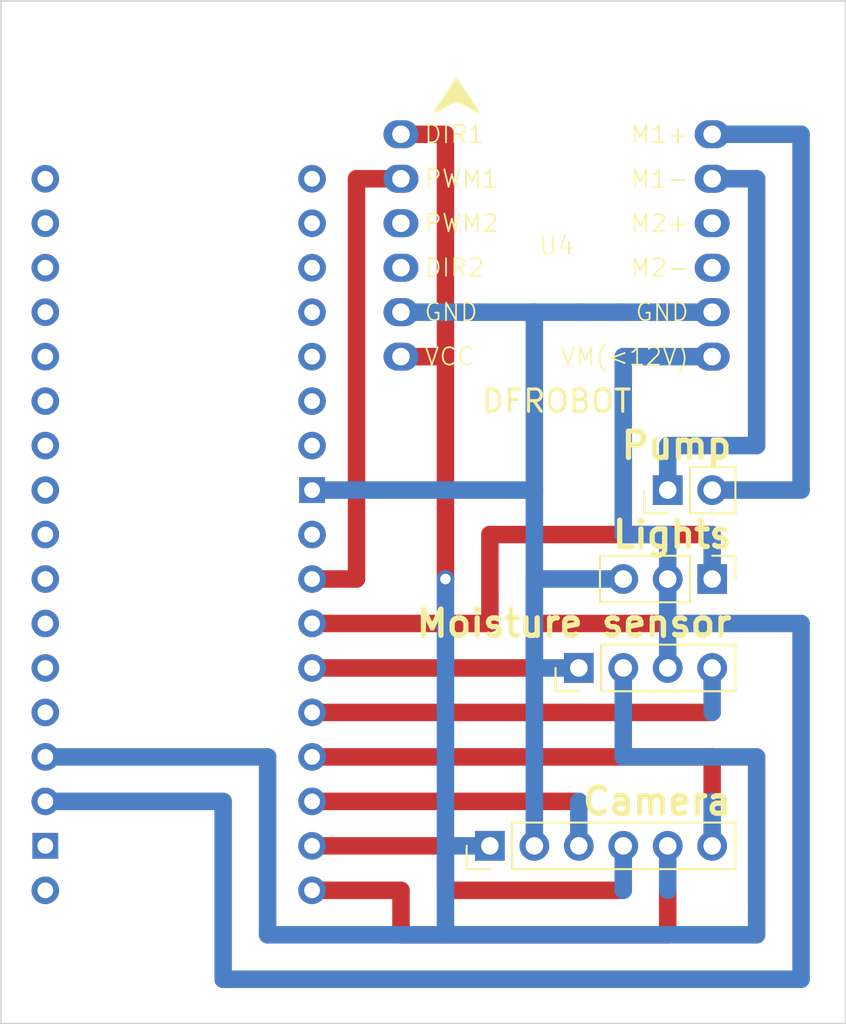
<source format=kicad_pcb>
(kicad_pcb (version 20221018) (generator pcbnew)
  (layers (0 "F.Cu" signal) (1 "In1.Cu" signal) (2 "In2.Cu" signal) (31 "B.Cu" signal) (34 "B.Paste" user) (35 "F.Paste" user) (36 "B.SilkS" user "B.Silkscreen") (37 "F.SilkS" user "F.Silkscreen") (38 "B.Mask" user) (39 "F.Mask" user) (44 "Edge.Cuts" user))
  (net 0 "")
  (net 3 "+5V")
  (net 4 "+3.3V")
  (net 25 "GND")
  (net 27 "light")
  (net 28 "pump")
  (net 29 "SDA")
  (net 30 "SCL")
  (net 31 "CS")
  (net 32 "SCK")
  (net 33 "MISO")
  (net 34 "MOSI")
  (net 39 "Net-(U4-M1-)")
  (net 40 "Net-(U4-M1+)")
  (footprint "Connector_PinHeader_2.54mm:PinHeader_1x04_P2.54mm_Vertical" (layer "F.Cu") (at 132.08 88.9 90)
    (fp_text reference "U2" hide)
    (fp_text value "~" hide)
    (fp_line (start -1.33 -1.33) (end 0 -1.33) (stroke (width 0.12)) (layer "F.SilkS"))
    (fp_line (start -1.33 0) (end -1.33 -1.33) (stroke (width 0.12)) (layer "F.SilkS"))
    (fp_line (start -1.33 1.27) (end -1.33 8.95) (stroke (width 0.12)) (layer "F.SilkS"))
    (fp_line (start -1.33 1.27) (end 1.33 1.27) (stroke (width 0.12)) (layer "F.SilkS"))
    (fp_line (start -1.33 8.95) (end 1.33 8.95) (stroke (width 0.12)) (layer "F.SilkS"))
    (fp_line (start 1.33 1.27) (end 1.33 8.95) (stroke (width 0.12)) (layer "F.SilkS"))
    (pad "1" thru_hole rect (at 0 0 90) (size 1.7 1.7) (drill 1) (layers "*.Cu" "*.Mask") (net 25 "GND"))
    (pad "2" thru_hole oval (at 0 2.54 90) (size 1.7 1.7) (drill 1) (layers "*.Cu" "*.Mask") (net 4 "+3.3V"))
    (pad "3" thru_hole oval (at 0 5.08 90) (size 1.7 1.7) (drill 1) (layers "*.Cu" "*.Mask") (net 29 "SDA"))
    (pad "4" thru_hole oval (at 0 7.62 90) (size 1.7 1.7) (drill 1) (layers "*.Cu" "*.Mask") (net 30 "SCL"))
  )
  (footprint "Connector_PinHeader_2.54mm:PinHeader_1x06_P2.54mm_Vertical" (layer "F.Cu") (at 127 99.06 90)
    (fp_text reference "U3" hide)
    (fp_text value "3MP" hide)
    (fp_line (start -1.33 -1.33) (end 0 -1.33) (stroke (width 0.12)) (layer "F.SilkS"))
    (fp_line (start -1.33 0) (end -1.33 -1.33) (stroke (width 0.12)) (layer "F.SilkS"))
    (fp_line (start -1.33 1.27) (end -1.33 14.03) (stroke (width 0.12)) (layer "F.SilkS"))
    (fp_line (start -1.33 1.27) (end 1.33 1.27) (stroke (width 0.12)) (layer "F.SilkS"))
    (fp_line (start -1.33 14.03) (end 1.33 14.03) (stroke (width 0.12)) (layer "F.SilkS"))
    (fp_line (start 1.33 1.27) (end 1.33 14.03) (stroke (width 0.12)) (layer "F.SilkS"))
    (pad "1" thru_hole rect (at 0 0 90) (size 1.7 1.7) (drill 1) (layers "*.Cu" "*.Mask") (net 4 "+3.3V"))
    (pad "2" thru_hole oval (at 0 2.54 90) (size 1.7 1.7) (drill 1) (layers "*.Cu" "*.Mask") (net 25 "GND"))
    (pad "3" thru_hole oval (at 0 5.08 90) (size 1.7 1.7) (drill 1) (layers "*.Cu" "*.Mask") (net 32 "SCK"))
    (pad "4" thru_hole oval (at 0 7.62 90) (size 1.7 1.7) (drill 1) (layers "*.Cu" "*.Mask") (net 33 "MISO"))
    (pad "5" thru_hole oval (at 0 10.16 90) (size 1.7 1.7) (drill 1) (layers "*.Cu" "*.Mask") (net 34 "MOSI"))
    (pad "6" thru_hole oval (at 0 12.7 90) (size 1.7 1.7) (drill 1) (layers "*.Cu" "*.Mask") (net 31 "CS"))
  )
  (footprint "Connector_PinHeader_2.54mm:PinHeader_1x03_P2.54mm_Vertical" (layer "F.Cu") (at 139.7 83.82 -90)
    (fp_text reference "U5" hide)
    (fp_text value "~" hide)
    (fp_line (start -1.33 -1.33) (end 0 -1.33) (stroke (width 0.12)) (layer "F.SilkS"))
    (fp_line (start -1.33 0) (end -1.33 -1.33) (stroke (width 0.12)) (layer "F.SilkS"))
    (fp_line (start -1.33 1.27) (end -1.33 6.41) (stroke (width 0.12)) (layer "F.SilkS"))
    (fp_line (start -1.33 1.27) (end 1.33 1.27) (stroke (width 0.12)) (layer "F.SilkS"))
    (fp_line (start -1.33 6.41) (end 1.33 6.41) (stroke (width 0.12)) (layer "F.SilkS"))
    (fp_line (start 1.33 1.27) (end 1.33 6.41) (stroke (width 0.12)) (layer "F.SilkS"))
    (pad "1" thru_hole rect (at 0 0 270) (size 1.7 1.7) (drill 1) (layers "*.Cu" "*.Mask") (net 27 "light"))
    (pad "2" thru_hole oval (at 0 2.54 270) (size 1.7 1.7) (drill 1) (layers "*.Cu" "*.Mask") (net 3 "+5V"))
    (pad "3" thru_hole oval (at 0 5.08 270) (size 1.7 1.7) (drill 1) (layers "*.Cu" "*.Mask") (net 25 "GND"))
  )
  (footprint "UCN_footprints:TB6612FNG DfRobot motordriver module" (layer "F.Cu") (at 121.92 58.42)
    (fp_text reference "U4" (at 8.89 6.35 unlocked) (layer "F.SilkS") (effects (font (thickness 0.1))))
    (fp_text value "~")
    (fp_text user "M1-" (at 16.51 2.54 unlocked) (layer "F.SilkS") (effects (font (thickness 0.1)) (justify right)))
    (fp_text user "GND" (at 1.27 10.16 unlocked) (layer "F.SilkS") (effects (font (thickness 0.1)) (justify left)))
    (fp_text user "DFROBOT" (at 8.89 15.24 unlocked) (layer "F.SilkS") (effects (font (size 1.27 1.27) (thickness 0.1778))))
    (fp_text user "VCC" (at 1.27 12.7 unlocked) (layer "F.SilkS") (effects (font (thickness 0.1)) (justify left)))
    (fp_text user "VM(<12V)" (at 16.51 12.7 unlocked) (layer "F.SilkS") (effects (font (thickness 0.1)) (justify right)))
    (fp_text user "PWM1" (at 1.27 2.54 unlocked) (layer "F.SilkS") (effects (font (thickness 0.1)) (justify left)))
    (fp_text user "GND" (at 16.51 10.16 unlocked) (layer "F.SilkS") (effects (font (thickness 0.1)) (justify right)))
    (fp_text user "M1+" (at 16.51 0 unlocked) (layer "F.SilkS") (effects (font (thickness 0.1)) (justify right)))
    (fp_text user "DIR2" (at 1.27 7.62 unlocked) (layer "F.SilkS") (effects (font (thickness 0.1)) (justify left)))
    (fp_text user "M2+" (at 16.51 5.08 unlocked) (layer "F.SilkS") (effects (font (thickness 0.1)) (justify right)))
    (fp_text user "DIR1" (at 1.27 0 unlocked) (layer "F.SilkS") (effects (font (thickness 0.1)) (justify left)))
    (fp_text user "PWM2" (at 1.27 5.08 unlocked) (layer "F.SilkS") (effects (font (thickness 0.1)) (justify left)))
    (fp_text user "M2-" (at 16.51 7.62 unlocked) (layer "F.SilkS") (effects (font (thickness 0.1)) (justify right)))
    (fp_poly (pts (xy 1.905 -1.27) (xy 3.175 -3.175) (xy 4.445 -1.27) (xy 3.175 -1.905)) (stroke (width 0.1)) (fill solid) (layer "F.SilkS"))
    (pad "1" thru_hole oval (at 0 0 90) (size 1.6 2) (drill 1) (layers "*.Cu" "*.Mask") (net 4 "+3.3V"))
    (pad "2" thru_hole oval (at 0 2.54 90) (size 1.6 2) (drill 1) (layers "*.Cu" "*.Mask") (net 28 "pump"))
    (pad "3" thru_hole oval (at 0 5.08 90) (size 1.6 2) (drill 1) (layers "*.Cu" "*.Mask"))
    (pad "4" thru_hole oval (at 0 7.62 90) (size 1.6 2) (drill 1) (layers "*.Cu" "*.Mask"))
    (pad "5" thru_hole oval (at 0 10.16 90) (size 1.6 2) (drill 1) (layers "*.Cu" "*.Mask") (net 25 "GND"))
    (pad "6" thru_hole oval (at 0 12.7 90) (size 1.6 2) (drill 1) (layers "*.Cu" "*.Mask") (net 4 "+3.3V"))
    (pad "7" thru_hole oval (at 17.78 12.7 90) (size 1.6 2) (drill 1) (layers "*.Cu" "*.Mask") (net 3 "+5V"))
    (pad "8" thru_hole oval (at 17.78 10.16 90) (size 1.6 2) (drill 1) (layers "*.Cu" "*.Mask") (net 25 "GND"))
    (pad "9" thru_hole oval (at 17.78 7.62 90) (size 1.6 2) (drill 1) (layers "*.Cu" "*.Mask"))
    (pad "10" thru_hole oval (at 17.78 5.08 90) (size 1.6 2) (drill 1) (layers "*.Cu" "*.Mask"))
    (pad "11" thru_hole oval (at 17.78 2.54 90) (size 1.6 2) (drill 1) (layers "*.Cu" "*.Mask") (net 39 "Net-(U4-M1-)"))
    (pad "12" thru_hole oval (at 17.78 0 90) (size 1.6 2) (drill 1) (layers "*.Cu" "*.Mask") (net 40 "Net-(U4-M1+)"))
  )
  (footprint "Connector_PinHeader_2.54mm:PinHeader_1x02_P2.54mm_Vertical" (layer "F.Cu") (at 137.16 78.74 90)
    (fp_text reference "P1" hide)
    (fp_text value "~" hide)
    (fp_line (start -1.33 -1.33) (end 0 -1.33) (stroke (width 0.12)) (layer "F.SilkS"))
    (fp_line (start -1.33 0) (end -1.33 -1.33) (stroke (width 0.12)) (layer "F.SilkS"))
    (fp_line (start -1.33 1.27) (end -1.33 3.87) (stroke (width 0.12)) (layer "F.SilkS"))
    (fp_line (start -1.33 1.27) (end 1.33 1.27) (stroke (width 0.12)) (layer "F.SilkS"))
    (fp_line (start -1.33 3.87) (end 1.33 3.87) (stroke (width 0.12)) (layer "F.SilkS"))
    (fp_line (start 1.33 1.27) (end 1.33 3.87) (stroke (width 0.12)) (layer "F.SilkS"))
    (pad "1" thru_hole rect (at 0 0 90) (size 1.7 1.7) (drill 1) (layers "*.Cu" "*.Mask") (net 39 "Net-(U4-M1-)"))
    (pad "2" thru_hole oval (at 0 2.54 90) (size 1.7 1.7) (drill 1) (layers "*.Cu" "*.Mask") (net 40 "Net-(U4-M1+)"))
  )
  (footprint "footprints:ProS3_TH" (layer "F.Cu") (at 109.2 81.28 180)
    (fp_text reference "U1" hide)
    (fp_text value "ProS3")
    (pad "1" thru_hole circle (at 7.6 -20.32 180) (size 1.5748 1.5748) (drill 0.9) (layers "*.Cu" "*.Mask"))
    (pad "2" thru_hole rect (at 7.6 -17.78 180) (size 1.4732 1.4732) (drill 0.9) (layers "*.Cu" "*.Mask"))
    (pad "3" thru_hole circle (at 7.6 -15.24 180) (size 1.5748 1.5748) (drill 0.9) (layers "*.Cu" "*.Mask") (net 3 "+5V"))
    (pad "4" thru_hole circle (at 7.6 -12.7 180) (size 1.5748 1.5748) (drill 0.9) (layers "*.Cu" "*.Mask") (net 4 "+3.3V"))
    (pad "5" thru_hole circle (at 7.6 -10.16 180) (size 1.5748 1.5748) (drill 0.9) (layers "*.Cu" "*.Mask"))
    (pad "6" thru_hole circle (at 7.6 -7.62 180) (size 1.5748 1.5748) (drill 0.9) (layers "*.Cu" "*.Mask"))
    (pad "7" thru_hole circle (at 7.6 -5.08 180) (size 1.5748 1.5748) (drill 0.9) (layers "*.Cu" "*.Mask"))
    (pad "8" thru_hole circle (at 7.6 -2.54 180) (size 1.5748 1.5748) (drill 0.9) (layers "*.Cu" "*.Mask"))
    (pad "9" thru_hole circle (at 7.6 0 180) (size 1.5748 1.5748) (drill 0.9) (layers "*.Cu" "*.Mask"))
    (pad "10" thru_hole circle (at 7.6 2.54 180) (size 1.5748 1.5748) (drill 0.9) (layers "*.Cu" "*.Mask"))
    (pad "11" thru_hole circle (at 7.6 5.08 180) (size 1.5748 1.5748) (drill 0.9) (layers "*.Cu" "*.Mask"))
    (pad "12" thru_hole circle (at 7.6 7.62 180) (size 1.5748 1.5748) (drill 0.9) (layers "*.Cu" "*.Mask"))
    (pad "13" thru_hole circle (at 7.6 10.16 180) (size 1.5748 1.5748) (drill 0.9) (layers "*.Cu" "*.Mask"))
    (pad "14" thru_hole circle (at 7.6 12.7 180) (size 1.5748 1.5748) (drill 0.9) (layers "*.Cu" "*.Mask"))
    (pad "15" thru_hole circle (at 7.6 15.24 180) (size 1.5748 1.5748) (drill 0.9) (layers "*.Cu" "*.Mask"))
    (pad "16" thru_hole circle (at 7.6 17.78 180) (size 1.5748 1.5748) (drill 0.9) (layers "*.Cu" "*.Mask"))
    (pad "17" thru_hole circle (at 7.6 20.32 180) (size 1.5748 1.5748) (drill 0.9) (layers "*.Cu" "*.Mask"))
    (pad "18" thru_hole circle (at -7.64 20.32 180) (size 1.5748 1.5748) (drill 0.9) (layers "*.Cu" "*.Mask"))
    (pad "19" thru_hole circle (at -7.64 17.78 180) (size 1.5748 1.5748) (drill 0.9) (layers "*.Cu" "*.Mask"))
    (pad "20" thru_hole circle (at -7.64 15.24 180) (size 1.5748 1.5748) (drill 0.9) (layers "*.Cu" "*.Mask"))
    (pad "21" thru_hole circle (at -7.64 12.7 180) (size 1.5748 1.5748) (drill 0.9) (layers "*.Cu" "*.Mask"))
    (pad "22" thru_hole circle (at -7.64 10.16 180) (size 1.5748 1.5748) (drill 0.9) (layers "*.Cu" "*.Mask"))
    (pad "23" thru_hole circle (at -7.64 7.62 180) (size 1.5748 1.5748) (drill 0.9) (layers "*.Cu" "*.Mask"))
    (pad "24" thru_hole circle (at -7.64 5.08 180) (size 1.5748 1.5748) (drill 0.9) (layers "*.Cu" "*.Mask"))
    (pad "25" thru_hole rect (at -7.64 2.54 180) (size 1.4732 1.4732) (drill 0.9) (layers "*.Cu" "*.Mask") (net 25 "GND"))
    (pad "26" thru_hole circle (at -7.64 0 180) (size 1.5748 1.5748) (drill 0.9) (layers "*.Cu" "*.Mask"))
    (pad "27" thru_hole circle (at -7.64 -2.54 180) (size 1.5748 1.5748) (drill 0.9) (layers "*.Cu" "*.Mask") (net 28 "pump"))
    (pad "28" thru_hole circle (at -7.64 -5.08 180) (size 1.5748 1.5748) (drill 0.9) (layers "*.Cu" "*.Mask") (net 27 "light"))
    (pad "29" thru_hole circle (at -7.64 -7.62 180) (size 1.5748 1.5748) (drill 0.9) (layers "*.Cu" "*.Mask") (net 29 "SDA"))
    (pad "30" thru_hole circle (at -7.64 -10.16 180) (size 1.5748 1.5748) (drill 0.9) (layers "*.Cu" "*.Mask") (net 30 "SCL"))
    (pad "31" thru_hole circle (at -7.64 -12.7 180) (size 1.5748 1.5748) (drill 0.9) (layers "*.Cu" "*.Mask") (net 31 "CS"))
    (pad "32" thru_hole circle (at -7.64 -15.24 180) (size 1.5748 1.5748) (drill 0.9) (layers "*.Cu" "*.Mask") (net 32 "SCK"))
    (pad "33" thru_hole circle (at -7.64 -17.78 180) (size 1.5748 1.5748) (drill 0.9) (layers "*.Cu" "*.Mask") (net 33 "MISO"))
    (pad "34" thru_hole circle (at -7.64 -20.32 180) (size 1.5748 1.5748) (drill 0.9) (layers "*.Cu" "*.Mask") (net 34 "MOSI"))
  )
  (gr_rect (start 99.06 50.8) (end 147.32 109.22) (stroke (width 0.1)) (fill none) (layer "Edge.Cuts"))
  (gr_text "Camera" (at 140.97 96.52) (layer "F.SilkS") (effects (font (size 1.5 1.5) (thickness 0.3) bold) (justify right)))
  (gr_text "Lights" (at 140.97 81.28) (layer "F.SilkS") (effects (font (size 1.5 1.5) (thickness 0.3) bold) (justify right)))
  (gr_text "Moisture sensor" (at 140.97 86.36) (layer "F.SilkS") (effects (font (size 1.5 1.5) (thickness 0.3) bold) (justify right)))
  (gr_text "Pump\n" (at 140.97 76.2) (layer "F.SilkS") (effects (font (size 1.5 1.5) (thickness 0.3) bold) (justify right)))
  (segment (start 144.78 86.36) (end 137.16 86.36) (width 1) (layer "B.Cu") (net 3))
  (segment (start 139.7 71.12) (end 134.62 71.12) (width 1) (layer "B.Cu") (net 3))
  (segment (start 137.16 81.28) (end 134.62 81.28) (width 1) (layer "B.Cu") (net 3))
  (segment (start 137.16 86.36) (end 137.16 83.82) (width 1) (layer "B.Cu") (net 3))
  (segment (start 101.6 96.52) (end 111.76 96.52) (width 1) (layer "B.Cu") (net 3))
  (segment (start 111.76 96.52) (end 111.76 106.68) (width 1) (layer "B.Cu") (net 3))
  (segment (start 137.16 83.82) (end 137.16 81.28) (width 1) (layer "B.Cu") (net 3))
  (segment (start 111.76 106.68) (end 144.78 106.68) (width 1) (layer "B.Cu") (net 3))
  (segment (start 144.78 106.68) (end 144.78 86.36) (width 1) (layer "B.Cu") (net 3))
  (segment (start 134.62 71.12) (end 134.62 81.28) (width 1) (layer "B.Cu") (net 3))
  (segment (start 124.46 71.12) (end 121.92 71.12) (width 1) (layer "F.Cu") (net 4))
  (segment (start 121.92 58.42) (end 124.46 58.42) (width 1) (layer "F.Cu") (net 4))
  (segment (start 124.46 58.42) (end 124.46 71.12) (width 1) (layer "F.Cu") (net 4))
  (segment (start 124.46 71.12) (end 124.46 83.82) (width 1) (layer "F.Cu") (net 4))
  (via (at 124.46 83.82) (size 1) (drill 0.6) (layers "F.Cu" "B.Cu") (net 4))
  (segment (start 124.46 99.06) (end 124.46 104.14) (width 1) (layer "B.Cu") (net 4))
  (segment (start 127 99.06) (end 124.46 99.06) (width 1) (layer "B.Cu") (net 4))
  (segment (start 134.62 93.98) (end 142.24 93.98) (width 1) (layer "B.Cu") (net 4))
  (segment (start 114.3 93.98) (end 101.6 93.98) (width 1) (layer "B.Cu") (net 4))
  (segment (start 142.24 104.14) (end 114.3 104.14) (width 1) (layer "B.Cu") (net 4))
  (segment (start 124.46 83.82) (end 124.46 99.06) (width 1) (layer "B.Cu") (net 4))
  (segment (start 114.3 104.14) (end 114.3 93.98) (width 1) (layer "B.Cu") (net 4))
  (segment (start 134.62 88.9) (end 134.62 93.98) (width 1) (layer "B.Cu") (net 4))
  (segment (start 142.24 93.98) (end 142.24 104.14) (width 1) (layer "B.Cu") (net 4))
  (segment (start 129.54 99.06) (end 129.54 93.98) (width 1) (layer "B.Cu") (net 25))
  (segment (start 129.54 93.98) (end 129.54 86.36) (width 1) (layer "B.Cu") (net 25))
  (segment (start 134.62 68.58) (end 132.08 68.58) (width 1) (layer "B.Cu") (net 25))
  (segment (start 132.08 68.58) (end 129.54 68.58) (width 1) (layer "B.Cu") (net 25))
  (segment (start 129.54 68.58) (end 121.92 68.58) (width 1) (layer "B.Cu") (net 25))
  (segment (start 132.08 88.9) (end 129.54 88.9) (width 1) (layer "B.Cu") (net 25))
  (segment (start 139.7 68.58) (end 134.62 68.58) (width 1) (layer "B.Cu") (net 25))
  (segment (start 134.62 83.82) (end 129.54 83.82) (width 1) (layer "B.Cu") (net 25))
  (segment (start 116.84 78.74) (end 129.54 78.74) (width 1) (layer "B.Cu") (net 25))
  (segment (start 129.54 86.36) (end 129.54 68.58) (width 1) (layer "B.Cu") (net 25))
  (segment (start 129.54 83.82) (end 129.54 86.36) (width 1) (layer "B.Cu") (net 25))
  (segment (start 127 81.28) (end 127 86.36) (width 1) (layer "F.Cu") (net 27))
  (segment (start 127 86.36) (end 116.84 86.36) (width 1) (layer "F.Cu") (net 27))
  (segment (start 139.7 81.28) (end 127 81.28) (width 1) (layer "F.Cu") (net 27))
  (segment (start 139.7 83.82) (end 139.7 81.28) (width 1) (layer "B.Cu") (net 27))
  (segment (start 116.84 83.82) (end 119.38 83.82) (width 1) (layer "F.Cu") (net 28))
  (segment (start 119.38 60.96) (end 121.92 60.96) (width 1) (layer "F.Cu") (net 28))
  (segment (start 119.38 83.82) (end 119.38 60.96) (width 1) (layer "F.Cu") (net 28))
  (segment (start 129.54 88.9) (end 116.84 88.9) (width 1) (layer "F.Cu") (net 29))
  (segment (start 137.16 86.36) (end 129.54 86.36) (width 1) (layer "F.Cu") (net 29))
  (segment (start 129.54 86.36) (end 129.54 88.9) (width 1) (layer "F.Cu") (net 29))
  (segment (start 137.16 88.9) (end 137.16 86.36) (width 1) (layer "B.Cu") (net 29))
  (segment (start 139.7 91.44) (end 116.84 91.44) (width 1) (layer "F.Cu") (net 30))
  (segment (start 139.7 88.9) (end 139.7 91.44) (width 1) (layer "B.Cu") (net 30))
  (segment (start 139.7 93.98) (end 139.7 96.52) (width 1) (layer "F.Cu") (net 31))
  (segment (start 139.7 93.98) (end 116.84 93.98) (width 1) (layer "F.Cu") (net 31))
  (segment (start 139.7 99.06) (end 139.7 96.52) (width 1) (layer "B.Cu") (net 31))
  (segment (start 132.08 96.52) (end 116.84 96.52) (width 1) (layer "F.Cu") (net 32))
  (segment (start 132.08 99.06) (end 132.08 96.52) (width 1) (layer "B.Cu") (net 32))
  (segment (start 124.46 99.06) (end 116.84 99.06) (width 1) (layer "F.Cu") (net 33))
  (segment (start 124.46 101.6) (end 124.46 99.06) (width 1) (layer "F.Cu") (net 33))
  (segment (start 134.62 101.6) (end 124.46 101.6) (width 1) (layer "F.Cu") (net 33))
  (segment (start 134.62 99.06) (end 134.62 101.6) (width 1) (layer "B.Cu") (net 33))
  (segment (start 121.92 104.14) (end 137.16 104.14) (width 1) (layer "F.Cu") (net 34))
  (segment (start 121.92 101.6) (end 121.92 104.14) (width 1) (layer "F.Cu") (net 34))
  (segment (start 137.16 104.14) (end 137.16 101.6) (width 1) (layer "F.Cu") (net 34))
  (segment (start 116.84 101.6) (end 121.92 101.6) (width 1) (layer "F.Cu") (net 34))
  (segment (start 137.16 99.06) (end 137.16 101.6) (width 1) (layer "B.Cu") (net 34))
  (segment (start 139.7 60.96) (end 142.24 60.96) (width 1) (layer "B.Cu") (net 39))
  (segment (start 137.16 76.2) (end 137.16 78.74) (width 1) (layer "B.Cu") (net 39))
  (segment (start 142.24 60.96) (end 142.24 76.2) (width 1) (layer "B.Cu") (net 39))
  (segment (start 142.24 76.2) (end 137.16 76.2) (width 1) (layer "B.Cu") (net 39))
  (segment (start 144.78 58.42) (end 144.78 78.74) (width 1) (layer "B.Cu") (net 40))
  (segment (start 139.7 58.42) (end 144.78 58.42) (width 1) (layer "B.Cu") (net 40))
  (segment (start 144.78 78.74) (end 139.7 78.74) (width 1) (layer "B.Cu") (net 40))
)
</source>
